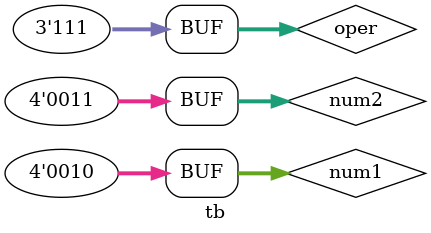
<source format=v>
`timescale 1ns/1ns

module alu_function(num1, num2, oper, result);

parameter BIT=4;

parameter ADD=3'b001;
parameter SUB=3'b010;
parameter MUL=3'b011;
parameter DIV=3'b100;
parameter SHIFT_RIGHT=3'b101;
parameter SHIFT_LEFT=3'b110;
parameter POW=3'b111;

input [BIT-1:0] num1, num2;
input [2:0] oper;
output reg [BIT-1:0] result;


always @(*) begin
	case(oper)
		ADD : begin 
				$display("ADD RESULT");
				result=num1+num2;
			end
		SUB : begin 
				$display("SUB RESULT");
				result=num1-num2;
			end
		MUL : begin 
				$display("MUL RESULT");
				result=num1*num2;
			end
		DIV : begin 
				$display("DIV RESULT");
				result=num1/num2;
			end
		SHIFT_RIGHT : begin 
				$display("SHIFT_RIGHT RESULT");
				result=num1>>num2;
			end
		SHIFT_LEFT : begin 
				$display("SHIFT_LEFT RESULT");
				result=num1<<num2;
			end
		POW : begin 
				$display("POW RESULT");
				result=num1**num2;
			end
		default : begin 
				result=4'bX;
			end
	endcase
end

endmodule


//---------------------TEST BENCH--------------------

module tb();

parameter BIT=4;

reg [BIT-1:0] num1, num2;
reg [2:0] oper;
wire [BIT-1:0] result;

alu_function dut(num1, num2, oper, result);

initial begin
	$monitor("time=%0t, num1=%0d, num2=%0d, oper=%0d, result=%0d", $time, num1, num2, oper, result);

	num1=$random; num2=$random; oper=3'b000; #5;
	num1=$random; num2=$random; oper=3'b001; #5;
	num1=$random; num2=$random; oper=3'b010; #5;
	num1=$random; num2=$random; oper=3'b011; #5;
	num1=$random; num2=$random; oper=3'b100; #5;
	num1=$random; num2=$random; oper=3'b101; #5;
	num1=$random; num2=$random; oper=3'b110; #5;
	num1=2; num2=3; oper=3'b111; #5;
end

endmodule

</source>
